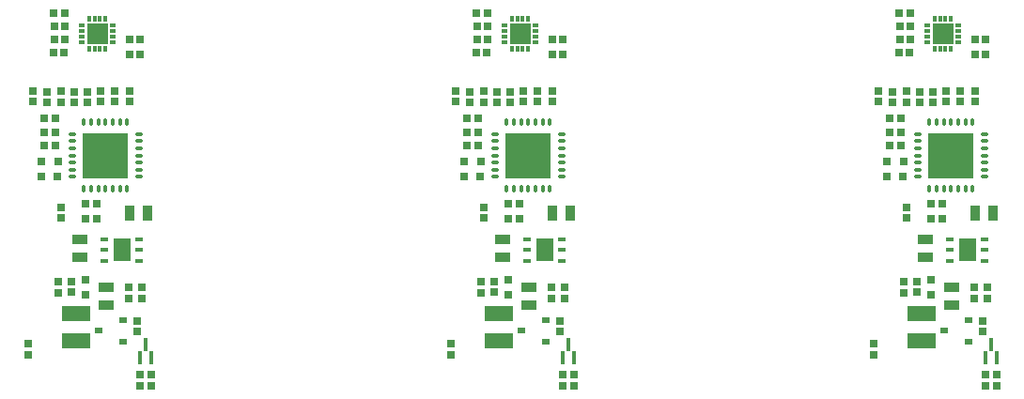
<source format=gtp>
%FSTAX23Y23*%
%MOIN*%
%SFA1B1*%

%IPPOS*%
%AMD18*
4,1,8,-0.007400,0.017300,-0.007400,-0.017300,0.000000,-0.024700,0.000000,-0.024700,0.007400,-0.017300,0.007400,0.017300,0.000000,0.024700,0.000000,0.024700,-0.007400,0.017300,0.0*
1,1,0.014795,0.000000,0.017300*
1,1,0.014795,0.000000,-0.017300*
1,1,0.014795,0.000000,-0.017300*
1,1,0.014795,0.000000,0.017300*
%
%ADD15R,0.164567X0.164567*%
%ADD16O,0.011811X0.027559*%
%ADD17O,0.027559X0.011811*%
G04~CAMADD=18~8~0.0~0.0~494.9~148.0~74.0~0.0~15~0.0~0.0~0.0~0.0~0~0.0~0.0~0.0~0.0~0~0.0~0.0~0.0~90.0~148.0~494.0*
%ADD18D18*%
%ADD19R,0.014795X0.049492*%
%ADD20R,0.025591X0.027559*%
%ADD21R,0.027559X0.025591*%
%ADD22R,0.029134X0.030709*%
%ADD23R,0.029527X0.023622*%
%ADD24R,0.102362X0.053150*%
%ADD25R,0.052165X0.032480*%
%ADD28R,0.031496X0.031496*%
%ADD29R,0.030709X0.029134*%
%ADD30R,0.032480X0.052165*%
%ADD31R,0.011811X0.024803*%
%ADD32R,0.024803X0.011811*%
%ADD33R,0.072835X0.072835*%
%ADD49R,0.027559X0.013780*%
%ADD50R,0.059842X0.078740*%
%LNpcb4-1*%
%LPD*%
G54D15*
X04014Y05162D03*
X05514D03*
X07014D03*
G54D16*
X03937Y05281D03*
X03963D03*
X03989D03*
X04014D03*
X0404D03*
X04065D03*
X04091D03*
Y05044D03*
X04065D03*
X0404D03*
X04014D03*
X03989D03*
X03963D03*
X03937D03*
X05437Y05281D03*
X05463D03*
X05489D03*
X05514D03*
X0554D03*
X05565D03*
X05591D03*
Y05044D03*
X05565D03*
X0554D03*
X05514D03*
X05489D03*
X05463D03*
X05437D03*
X06937Y05281D03*
X06963D03*
X06989D03*
X07014D03*
X0704D03*
X07065D03*
X07091D03*
Y05044D03*
X07065D03*
X0704D03*
X07014D03*
X06989D03*
X06963D03*
X06937D03*
G54D17*
X04132Y05239D03*
Y05214D03*
Y05188D03*
Y05162D03*
Y05137D03*
Y05111D03*
Y05086D03*
X03896D03*
Y05111D03*
Y05137D03*
Y05162D03*
Y05188D03*
Y05214D03*
Y05239D03*
X05632D03*
Y05214D03*
Y05188D03*
Y05162D03*
Y05137D03*
Y05111D03*
Y05086D03*
X05396D03*
Y05111D03*
Y05137D03*
Y05162D03*
Y05188D03*
Y05214D03*
Y05239D03*
X07132D03*
Y05214D03*
Y05188D03*
Y05162D03*
Y05137D03*
Y05111D03*
Y05086D03*
X06896D03*
Y05111D03*
Y05137D03*
Y05162D03*
Y05188D03*
Y05214D03*
Y05239D03*
G54D18*
X04155Y04492D03*
X04175Y04445D03*
X05655Y04492D03*
X05675Y04445D03*
X07155Y04492D03*
X07175Y04445D03*
G54D19*
X04135Y04445D03*
X05635D03*
X07135D03*
G54D20*
X03857Y04942D03*
Y04979D03*
X03893Y04714D03*
Y04676D03*
X03845Y04675D03*
Y04713D03*
X04128Y04537D03*
Y04575D03*
X03904Y05352D03*
Y05389D03*
X0395D03*
Y05352D03*
X03757Y05353D03*
Y0539D03*
X03805Y05389D03*
Y05352D03*
X05357Y04942D03*
Y04979D03*
X05393Y04714D03*
Y04676D03*
X05345Y04675D03*
Y04713D03*
X05628Y04537D03*
Y04575D03*
X05404Y05352D03*
Y05389D03*
X0545D03*
Y05352D03*
X05257Y05353D03*
Y0539D03*
X05305Y05389D03*
Y05352D03*
X06857Y04942D03*
Y04979D03*
X06893Y04714D03*
Y04676D03*
X06845Y04675D03*
Y04713D03*
X07128Y04537D03*
Y04575D03*
X06904Y05352D03*
Y05389D03*
X0695D03*
Y05352D03*
X06757Y05353D03*
Y0539D03*
X06805Y05389D03*
Y05352D03*
G54D21*
X04175Y04344D03*
X04138D03*
X04175Y04385D03*
X04138D03*
X03944Y0472D03*
Y04666D03*
X03797Y05245D03*
X03835D03*
X03835Y05197D03*
X03797D03*
X0387Y05574D03*
X03833D03*
X0387Y0562D03*
X03833D03*
X05675Y04344D03*
X05638D03*
X05675Y04385D03*
X05638D03*
X05444Y0472D03*
Y04666D03*
X05297Y05245D03*
X05335D03*
X05335Y05197D03*
X05297D03*
X0537Y05574D03*
X05333D03*
X0537Y0562D03*
X05333D03*
X07175Y04344D03*
X07138D03*
X07175Y04385D03*
X07138D03*
X06944Y0472D03*
Y04666D03*
X06797Y05245D03*
X06835D03*
X06835Y05197D03*
X06797D03*
X0687Y05574D03*
X06833D03*
X0687Y0562D03*
X06833D03*
G54D22*
X03741Y04493D03*
Y04455D03*
X04144Y04693D03*
Y04654D03*
X04097Y04693D03*
Y04654D03*
X03855Y05352D03*
Y05391D03*
X03998Y05353D03*
Y05391D03*
X04048Y05353D03*
Y05391D03*
X041Y05353D03*
Y05391D03*
X05241Y04493D03*
Y04455D03*
X05644Y04693D03*
Y04654D03*
X05597Y04693D03*
Y04654D03*
X05355Y05352D03*
Y05391D03*
X05498Y05353D03*
Y05391D03*
X05548Y05353D03*
Y05391D03*
X056Y05353D03*
Y05391D03*
X06741Y04493D03*
Y04455D03*
X07144Y04693D03*
Y04654D03*
X07097Y04693D03*
Y04654D03*
X06855Y05352D03*
Y05391D03*
X06998Y05353D03*
Y05391D03*
X07048Y05353D03*
Y05391D03*
X071Y05353D03*
Y05391D03*
G54D23*
X03991Y0454D03*
X04078Y04577D03*
Y04502D03*
X05491Y0454D03*
X05578Y04577D03*
Y04502D03*
X06991Y0454D03*
X07078Y04577D03*
Y04502D03*
G54D24*
X03909Y04601D03*
Y04504D03*
X05409Y04601D03*
Y04504D03*
X06909Y04601D03*
Y04504D03*
G54D25*
X04018Y04695D03*
Y04632D03*
X03924Y04865D03*
Y04802D03*
X05518Y04695D03*
Y04632D03*
X05424Y04865D03*
Y04802D03*
X07018Y04695D03*
Y04632D03*
X06924Y04865D03*
Y04802D03*
G54D28*
X03844Y05087D03*
X03785D03*
X03845Y05141D03*
X03786D03*
X05344Y05087D03*
X05285D03*
X05345Y05141D03*
X05286D03*
X06844Y05087D03*
X06785D03*
X06845Y05141D03*
X06786D03*
G54D29*
X03835Y05294D03*
X03796D03*
X03982Y0499D03*
X03944D03*
X03982Y04938D03*
X03944D03*
X041Y05521D03*
X04138D03*
X041Y05575D03*
X04138D03*
X03868Y05526D03*
X0383D03*
X0387Y05668D03*
X03831D03*
X05335Y05294D03*
X05296D03*
X05482Y0499D03*
X05444D03*
X05482Y04938D03*
X05444D03*
X056Y05521D03*
X05638D03*
X056Y05575D03*
X05638D03*
X05368Y05526D03*
X0533D03*
X0537Y05668D03*
X05331D03*
X06835Y05294D03*
X06796D03*
X06982Y0499D03*
X06944D03*
X06982Y04938D03*
X06944D03*
X071Y05521D03*
X07138D03*
X071Y05575D03*
X07138D03*
X06868Y05526D03*
X0683D03*
X0687Y05668D03*
X06831D03*
G54D30*
X04164Y04958D03*
X04101D03*
X05664D03*
X05601D03*
X07164D03*
X07101D03*
G54D31*
X03955Y0554D03*
X03975D03*
X03994D03*
X04014D03*
Y05649D03*
X03994D03*
X03975D03*
X03955D03*
X05455Y0554D03*
X05475D03*
X05494D03*
X05514D03*
Y05649D03*
X05494D03*
X05475D03*
X05455D03*
X06955Y0554D03*
X06975D03*
X06994D03*
X07014D03*
Y05649D03*
X06994D03*
X06975D03*
X06955D03*
G54D32*
X04039Y05565D03*
Y05585D03*
Y05604D03*
Y05624D03*
X0393D03*
Y05604D03*
Y05585D03*
Y05565D03*
X05539D03*
Y05585D03*
Y05604D03*
Y05624D03*
X0543D03*
Y05604D03*
Y05585D03*
Y05565D03*
X07039D03*
Y05585D03*
Y05604D03*
Y05624D03*
X0693D03*
Y05604D03*
Y05585D03*
Y05565D03*
G54D33*
X03985Y05595D03*
X05485D03*
X06985D03*
G54D49*
X04133Y04789D03*
Y04827D03*
X04133Y04864D03*
X04011D03*
X04011Y04827D03*
Y04789D03*
X05633D03*
Y04827D03*
X05633Y04864D03*
X05511D03*
X05511Y04827D03*
Y04789D03*
X07133D03*
Y04827D03*
X07133Y04864D03*
X07011D03*
X07011Y04827D03*
Y04789D03*
G54D50*
X04072Y04827D03*
X05572D03*
X07072D03*
M02*
</source>
